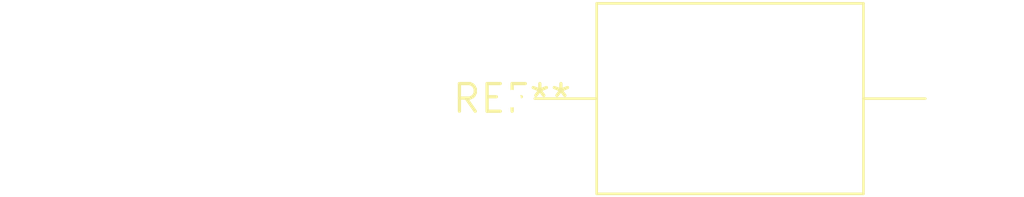
<source format=kicad_pcb>
(kicad_pcb (version 20240108) (generator pcbnew)
  (layers (0 "F.Cu" signal) (31 "B.Cu" signal) (34 "B.Paste" user) (35 "F.Paste" user) (36 "B.SilkS" user "B.Silkscreen") (37 "F.SilkS" user "F.Silkscreen") (38 "B.Mask" user) (39 "F.Mask" user) (44 "Edge.Cuts" user))
  (net 0 "")
  (footprint "C_Axial_L12.0mm_D8.5mm_P20.00mm_Horizontal" (layer "F.Cu") (at 0 0)
    (property "Reference" "REF**")
    (property "Value" "C_Axial_L12.0mm_D8.5mm_P20.00mm_Horizontal")
    (fp_line (start 1.04 0) (end 3.88 0) (layer "F.SilkS") (stroke (width 0.12)))
    (fp_line (start 3.88 -4.37) (end 3.88 4.37) (layer "F.SilkS") (stroke (width 0.12)))
    (fp_line (start 3.88 4.37) (end 16.12 4.37) (layer "F.SilkS") (stroke (width 0.12)))
    (fp_line (start 16.12 -4.37) (end 3.88 -4.37) (layer "F.SilkS") (stroke (width 0.12)))
    (fp_line (start 16.12 4.37) (end 16.12 -4.37) (layer "F.SilkS") (stroke (width 0.12)))
    (fp_line (start 18.96 0) (end 16.12 0) (layer "F.SilkS") (stroke (width 0.12)))
    (pad "1" thru_hole circle (at 0 0) (size 1.6 1.6) (drill 0.8) (layers *.Cu *.Mask) (remove_unused_layers))
    (pad "2" thru_hole oval (at 20 0) (size 1.6 1.6) (drill 0.8) (layers *.Cu *.Mask) (remove_unused_layers))
  )
)
</source>
